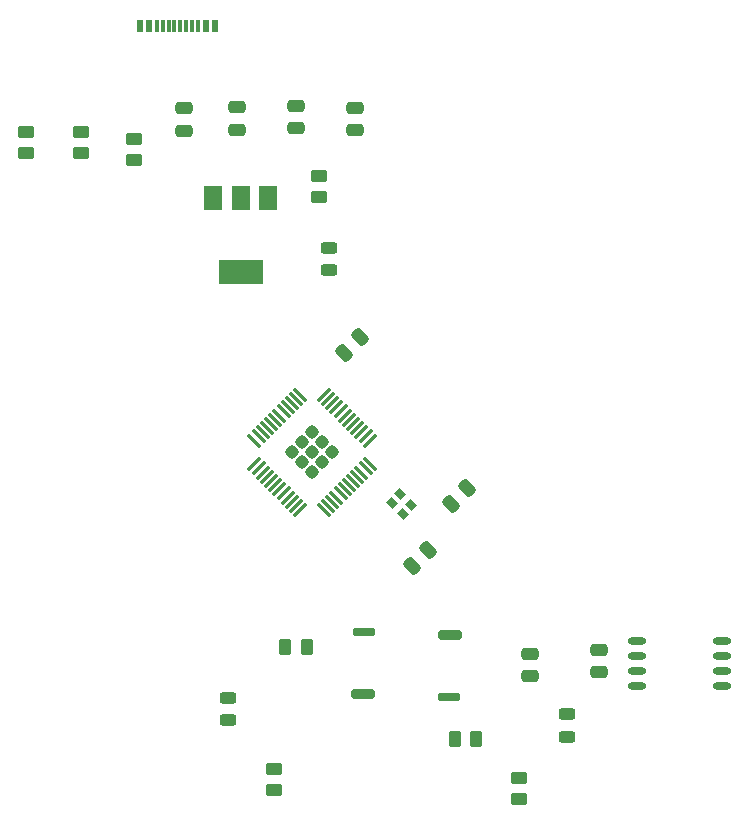
<source format=gbr>
%TF.GenerationSoftware,KiCad,Pcbnew,7.0.10*%
%TF.CreationDate,2024-04-02T20:17:41+05:30*%
%TF.ProjectId,blackpill-tft,626c6163-6b70-4696-9c6c-2d7466742e6b,rev?*%
%TF.SameCoordinates,Original*%
%TF.FileFunction,Paste,Top*%
%TF.FilePolarity,Positive*%
%FSLAX46Y46*%
G04 Gerber Fmt 4.6, Leading zero omitted, Abs format (unit mm)*
G04 Created by KiCad (PCBNEW 7.0.10) date 2024-04-02 20:17:41*
%MOMM*%
%LPD*%
G01*
G04 APERTURE LIST*
G04 Aperture macros list*
%AMRoundRect*
0 Rectangle with rounded corners*
0 $1 Rounding radius*
0 $2 $3 $4 $5 $6 $7 $8 $9 X,Y pos of 4 corners*
0 Add a 4 corners polygon primitive as box body*
4,1,4,$2,$3,$4,$5,$6,$7,$8,$9,$2,$3,0*
0 Add four circle primitives for the rounded corners*
1,1,$1+$1,$2,$3*
1,1,$1+$1,$4,$5*
1,1,$1+$1,$6,$7*
1,1,$1+$1,$8,$9*
0 Add four rect primitives between the rounded corners*
20,1,$1+$1,$2,$3,$4,$5,0*
20,1,$1+$1,$4,$5,$6,$7,0*
20,1,$1+$1,$6,$7,$8,$9,0*
20,1,$1+$1,$8,$9,$2,$3,0*%
%AMRotRect*
0 Rectangle, with rotation*
0 The origin of the aperture is its center*
0 $1 length*
0 $2 width*
0 $3 Rotation angle, in degrees counterclockwise*
0 Add horizontal line*
21,1,$1,$2,0,0,$3*%
G04 Aperture macros list end*
%ADD10R,1.500000X2.000000*%
%ADD11R,3.800000X2.000000*%
%ADD12RoundRect,0.250000X0.450000X-0.262500X0.450000X0.262500X-0.450000X0.262500X-0.450000X-0.262500X0*%
%ADD13RoundRect,0.250000X-0.450000X0.262500X-0.450000X-0.262500X0.450000X-0.262500X0.450000X0.262500X0*%
%ADD14RoundRect,0.243750X-0.456250X0.243750X-0.456250X-0.243750X0.456250X-0.243750X0.456250X0.243750X0*%
%ADD15RoundRect,0.250000X-0.475000X0.250000X-0.475000X-0.250000X0.475000X-0.250000X0.475000X0.250000X0*%
%ADD16O,1.600000X0.600000*%
%ADD17RoundRect,0.250000X0.475000X-0.250000X0.475000X0.250000X-0.475000X0.250000X-0.475000X-0.250000X0*%
%ADD18RoundRect,0.200000X-0.800000X0.200000X-0.800000X-0.200000X0.800000X-0.200000X0.800000X0.200000X0*%
%ADD19RoundRect,0.185850X-0.743600X0.185850X-0.743600X-0.185850X0.743600X-0.185850X0.743600X0.185850X0*%
%ADD20RoundRect,0.250000X0.159099X-0.512652X0.512652X-0.159099X-0.159099X0.512652X-0.512652X0.159099X0*%
%ADD21RotRect,0.700000X0.750000X225.000000*%
%ADD22RoundRect,0.200000X0.800000X-0.200000X0.800000X0.200000X-0.800000X0.200000X-0.800000X-0.200000X0*%
%ADD23RoundRect,0.185850X0.730900X-0.185850X0.730900X0.185850X-0.730900X0.185850X-0.730900X-0.185850X0*%
%ADD24RoundRect,0.243750X0.456250X-0.243750X0.456250X0.243750X-0.456250X0.243750X-0.456250X-0.243750X0*%
%ADD25R,0.600000X1.140000*%
%ADD26R,0.300000X1.140000*%
%ADD27RoundRect,0.242500X0.342947X0.000000X0.000000X0.342947X-0.342947X0.000000X0.000000X-0.342947X0*%
%ADD28RoundRect,0.075000X0.521491X-0.415425X-0.415425X0.521491X-0.521491X0.415425X0.415425X-0.521491X0*%
%ADD29RoundRect,0.075000X0.521491X0.415425X0.415425X0.521491X-0.521491X-0.415425X-0.415425X-0.521491X0*%
%ADD30RoundRect,0.250000X-0.262500X-0.450000X0.262500X-0.450000X0.262500X0.450000X-0.262500X0.450000X0*%
%ADD31RoundRect,0.250000X-0.159099X0.512652X-0.512652X0.159099X0.159099X-0.512652X0.512652X-0.159099X0*%
G04 APERTURE END LIST*
D10*
%TO.C,U2*%
X137720200Y-81673800D03*
X135420200Y-81673800D03*
D11*
X135420200Y-87973800D03*
D10*
X133120200Y-81673800D03*
%TD*%
D12*
%TO.C,R2*%
X121910000Y-77903400D03*
X121910000Y-76078400D03*
%TD*%
D13*
%TO.C,R4*%
X142075000Y-79821900D03*
X142075000Y-81646900D03*
%TD*%
D14*
%TO.C,D3*%
X163062800Y-125421700D03*
X163062800Y-127296700D03*
%TD*%
D15*
%TO.C,C8*%
X159938600Y-120303800D03*
X159938600Y-122203800D03*
%TD*%
D16*
%TO.C,U3*%
X168980000Y-119225000D03*
X168980000Y-120495000D03*
X168980000Y-121765000D03*
X168980000Y-123035000D03*
X176180000Y-123035000D03*
X176180000Y-121765000D03*
X176180000Y-120495000D03*
X176180000Y-119225000D03*
%TD*%
D15*
%TO.C,C9*%
X165760000Y-119950000D03*
X165760000Y-121850000D03*
%TD*%
D17*
%TO.C,C1*%
X135080000Y-75940000D03*
X135080000Y-74040000D03*
%TD*%
D18*
%TO.C,NRST1*%
X153144100Y-118687300D03*
D19*
X153103650Y-123946200D03*
%TD*%
D20*
%TO.C,C7*%
X153238249Y-107571751D03*
X154581751Y-106228249D03*
%TD*%
D13*
%TO.C,R1*%
X126400200Y-76671300D03*
X126400200Y-78496300D03*
%TD*%
D12*
%TO.C,R5*%
X158973400Y-132611300D03*
X158973400Y-130786300D03*
%TD*%
D21*
%TO.C,Y1*%
X149870850Y-107733744D03*
X148916256Y-106779150D03*
X148209150Y-107486256D03*
X149163744Y-108440850D03*
%TD*%
D22*
%TO.C,BOOT1*%
X145800000Y-123660000D03*
D23*
X145827750Y-118426500D03*
%TD*%
D17*
%TO.C,C3*%
X140100200Y-75773800D03*
X140100200Y-73873800D03*
%TD*%
%TO.C,C2*%
X130620200Y-76003800D03*
X130620200Y-74103800D03*
%TD*%
D14*
%TO.C,D4*%
X134330000Y-124065000D03*
X134330000Y-125940000D03*
%TD*%
D12*
%TO.C,R9*%
X138243500Y-131841400D03*
X138243500Y-130016400D03*
%TD*%
D24*
%TO.C,D1*%
X142862400Y-87782700D03*
X142862400Y-85907700D03*
%TD*%
D25*
%TO.C,J1*%
X133270200Y-67123800D03*
X132470200Y-67123800D03*
D26*
X131320200Y-67123800D03*
X130320200Y-67123800D03*
X129820200Y-67123800D03*
X128820200Y-67123800D03*
D25*
X126870200Y-67123800D03*
X127670200Y-67123800D03*
D26*
X128320200Y-67123800D03*
X129320200Y-67123800D03*
X130820200Y-67123800D03*
X131820200Y-67123800D03*
%TD*%
D27*
%TO.C,U1*%
X141472100Y-104938256D03*
X142320628Y-104089728D03*
X143169156Y-103241200D03*
X140623572Y-104089728D03*
X141472100Y-103241200D03*
X142320628Y-102392672D03*
X139775044Y-103241200D03*
X140623572Y-102392672D03*
X141472100Y-101544144D03*
D28*
X142470888Y-108129076D03*
X142824442Y-107775522D03*
X143177995Y-107421969D03*
X143531549Y-107068415D03*
X143885102Y-106714862D03*
X144238655Y-106361309D03*
X144592209Y-106007755D03*
X144945762Y-105654202D03*
X145299315Y-105300649D03*
X145652869Y-104947095D03*
X146006422Y-104593542D03*
X146359976Y-104239988D03*
D29*
X146359976Y-102242412D03*
X146006422Y-101888858D03*
X145652869Y-101535305D03*
X145299315Y-101181751D03*
X144945762Y-100828198D03*
X144592209Y-100474645D03*
X144238655Y-100121091D03*
X143885102Y-99767538D03*
X143531549Y-99413985D03*
X143177995Y-99060431D03*
X142824442Y-98706878D03*
X142470888Y-98353324D03*
D28*
X140473312Y-98353324D03*
X140119758Y-98706878D03*
X139766205Y-99060431D03*
X139412651Y-99413985D03*
X139059098Y-99767538D03*
X138705545Y-100121091D03*
X138351991Y-100474645D03*
X137998438Y-100828198D03*
X137644885Y-101181751D03*
X137291331Y-101535305D03*
X136937778Y-101888858D03*
X136584224Y-102242412D03*
D29*
X136584224Y-104239988D03*
X136937778Y-104593542D03*
X137291331Y-104947095D03*
X137644885Y-105300649D03*
X137998438Y-105654202D03*
X138351991Y-106007755D03*
X138705545Y-106361309D03*
X139059098Y-106714862D03*
X139412651Y-107068415D03*
X139766205Y-107421969D03*
X140119758Y-107775522D03*
X140473312Y-108129076D03*
%TD*%
D30*
%TO.C,R7*%
X139185200Y-119747300D03*
X141010200Y-119747300D03*
%TD*%
D31*
%TO.C,C5*%
X145521751Y-93448249D03*
X144178249Y-94791751D03*
%TD*%
D20*
%TO.C,C6*%
X149928249Y-112871751D03*
X151271751Y-111528249D03*
%TD*%
D12*
%TO.C,R3*%
X117260200Y-77926300D03*
X117260200Y-76101300D03*
%TD*%
D17*
%TO.C,C4*%
X145100200Y-75973800D03*
X145100200Y-74073800D03*
%TD*%
D30*
%TO.C,R8*%
X153565100Y-127527600D03*
X155390100Y-127527600D03*
%TD*%
M02*

</source>
